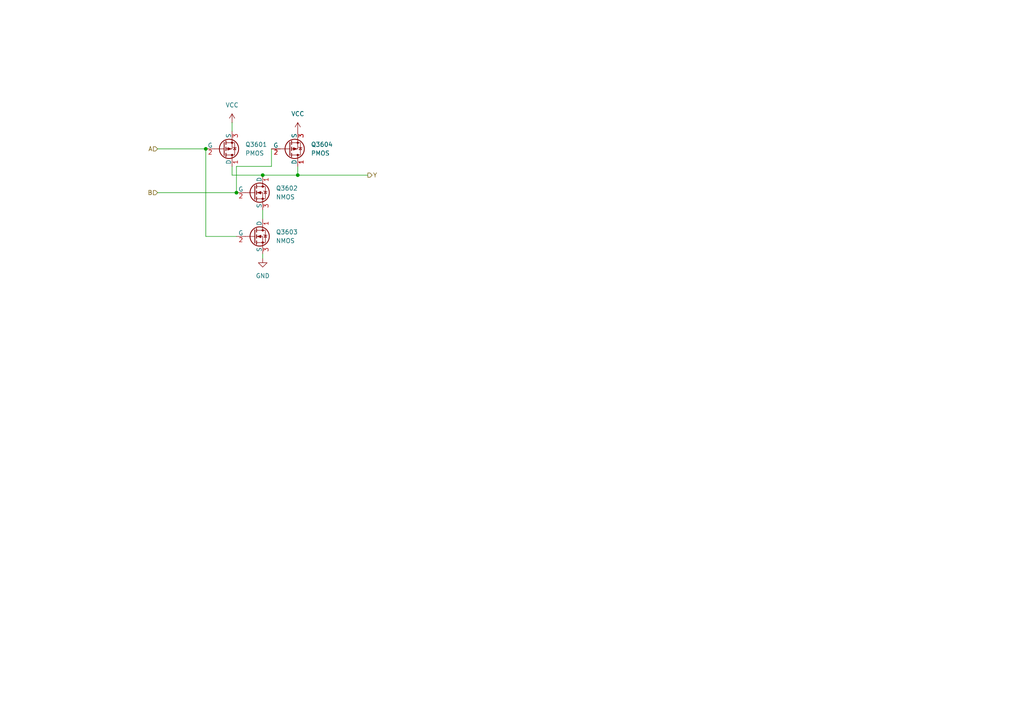
<source format=kicad_sch>
(kicad_sch (version 20250114) (generator "eeschema") (generator_version "9.0")
  (paper "A4")
  (lib_symbols
    (symbol "Simulation_SPICE:NMOS" (pin_names (offset 0))
      (property "Reference" "Q" (at 5.08 1.27 0))
      (property "Value" "NMOS" (at 5.08 -1.27 0))
      (symbol "NMOS_0_1"
        (polyline (pts (xy 0.254 1.905) (xy 0.254 -1.905)) (stroke (width 0.254)))
        (polyline (pts (xy 0.254 0) (xy -2.54 0)))
        (polyline (pts (xy 0.762 2.286) (xy 0.762 1.27)) (stroke (width 0.254)))
        (polyline (pts (xy 0.762 0.508) (xy 0.762 -0.508)) (stroke (width 0.254)))
        (polyline (pts (xy 0.762 -1.27) (xy 0.762 -2.286)) (stroke (width 0.254)))
        (polyline (pts (xy 0.762 -1.778) (xy 3.302 -1.778) (xy 3.302 1.778) (xy 0.762 1.778)))
        (polyline (pts (xy 1.016 0) (xy 2.032 0.381) (xy 2.032 -0.381) (xy 1.016 0)) (fill (type outline)))
        (circle (center 1.651 0) (radius 2.794) (stroke (width 0.254)))
        (polyline (pts (xy 2.54 2.54) (xy 2.54 1.778)))
        (circle (center 2.54 1.778) (radius 0.254) (fill (type outline)))
        (circle (center 2.54 -1.778) (radius 0.254) (fill (type outline)))
        (polyline (pts (xy 2.54 -2.54) (xy 2.54 0) (xy 0.762 0)))
        (polyline (pts (xy 2.794 0.508) (xy 2.921 0.381) (xy 3.683 0.381) (xy 3.81 0.254)))
        (polyline (pts (xy 3.302 0.381) (xy 2.921 -0.254) (xy 3.683 -0.254) (xy 3.302 0.381)))
      )
      (symbol "NMOS_1_1"
        (pin input line (at -5.08 0 0) (length 2.54) (name "G") (number "2"))
        (pin passive line (at 2.54 5.08 270) (length 2.54) (name "D") (number "1"))
        (pin passive line (at 2.54 -5.08 90) (length 2.54) (name "S") (number "3"))
      )
    )
    (symbol "Simulation_SPICE:PMOS" (pin_names (offset 0))
      (property "Reference" "Q" (at 5.08 1.27 0))
      (property "Value" "PMOS" (at 5.08 -1.27 0))
      (symbol "PMOS_0_1"
        (polyline (pts (xy 0.254 1.905) (xy 0.254 -1.905)) (stroke (width 0.254)))
        (polyline (pts (xy 0.254 0) (xy -2.54 0)))
        (polyline (pts (xy 0.762 2.286) (xy 0.762 1.27)) (stroke (width 0.254)))
        (polyline (pts (xy 0.762 1.778) (xy 3.302 1.778) (xy 3.302 -1.778) (xy 0.762 -1.778)))
        (polyline (pts (xy 0.762 0.508) (xy 0.762 -0.508)) (stroke (width 0.254)))
        (polyline (pts (xy 0.762 -1.27) (xy 0.762 -2.286)) (stroke (width 0.254)))
        (circle (center 1.651 0) (radius 2.794) (stroke (width 0.254)))
        (polyline (pts (xy 2.286 0) (xy 1.27 0.381) (xy 1.27 -0.381) (xy 2.286 0)) (fill (type outline)))
        (polyline (pts (xy 2.54 2.54) (xy 2.54 1.778)))
        (circle (center 2.54 1.778) (radius 0.254) (fill (type outline)))
        (circle (center 2.54 -1.778) (radius 0.254) (fill (type outline)))
        (polyline (pts (xy 2.54 -2.54) (xy 2.54 0) (xy 0.762 0)))
        (polyline (pts (xy 2.794 -0.508) (xy 2.921 -0.381) (xy 3.683 -0.381) (xy 3.81 -0.254)))
        (polyline (pts (xy 3.302 -0.381) (xy 2.921 0.254) (xy 3.683 0.254) (xy 3.302 -0.381)))
      )
      (symbol "PMOS_1_1"
        (pin input line (at -5.08 0 0) (length 2.54) (name "G") (number "2"))
        (pin passive line (at 2.54 5.08 270) (length 2.54) (name "D") (number "1"))
        (pin passive line (at 2.54 -5.08 90) (length 2.54) (name "S") (number "3"))
      )
    )
    (symbol "power:GND" (power) (pin_numbers (hide yes)) (pin_names (offset 0) (hide yes))
      (property "Value" "GND" (at 0 -3.81 0))
      (symbol "GND_0_1"
        (polyline (pts (xy 0 0) (xy 0 -1.27) (xy 1.27 -1.27) (xy 0 -2.54) (xy -1.27 -1.27) (xy 0 -1.27)))
      )
      (symbol "GND_1_1"
        (pin power_in line (at 0 0 270) (length 0) (name "~") (number "1"))
      )
    )
    (symbol "power:VCC" (power) (pin_numbers (hide yes)) (pin_names (offset 0) (hide yes))
      (property "Value" "VCC" (at 0 3.556 0))
      (symbol "VCC_0_1"
        (polyline (pts (xy -0.762 1.27) (xy 0 2.54)))
        (polyline (pts (xy 0 2.54) (xy 0.762 1.27)))
        (polyline (pts (xy 0 0) (xy 0 2.54)))
      )
      (symbol "VCC_1_1"
        (pin power_in line (at 0 0 90) (length 0) (name "~") (number "1"))
      )
    )
  )
  (junction (at 76.2 50.8))
  (junction (at 86.36 50.8))
  (junction (at 59.69 43.18))
  (junction (at 68.58 55.88))
  (wire (pts (xy 68.58 48.26) (xy 78.74 48.26)))
  (wire (pts (xy 67.31 50.8) (xy 76.2 50.8)))
  (wire (pts (xy 59.69 68.58) (xy 68.58 68.58)))
  (wire (pts (xy 67.31 48.26) (xy 67.31 50.8)))
  (wire (pts (xy 68.58 55.88) (xy 68.58 48.26)))
  (wire (pts (xy 78.74 43.18) (xy 78.74 48.26)))
  (wire (pts (xy 86.36 50.8) (xy 76.2 50.8)))
  (wire (pts (xy 106.68 50.8) (xy 86.36 50.8)))
  (wire (pts (xy 86.36 48.26) (xy 86.36 50.8)))
  (wire (pts (xy 45.72 55.88) (xy 68.58 55.88)))
  (wire (pts (xy 59.69 43.18) (xy 59.69 68.58)))
  (wire (pts (xy 45.72 43.18) (xy 59.69 43.18)))
  (wire (pts (xy 67.31 35.56) (xy 67.31 38.1)))
  (wire (pts (xy 76.2 74.93) (xy 76.2 73.66)))
  (wire (pts (xy 76.2 60.96) (xy 76.2 63.5)))
  (hierarchical_label "B" (shape input) (at 45.72 55.88 180))
  (hierarchical_label "Y" (shape output) (at 106.68 50.8 0))
  (hierarchical_label "A" (shape input) (at 45.72 43.18 180))
  (symbol (lib_id "Simulation_SPICE:PMOS") (at 83.82 43.18 0) (mirror x) (unit 1)
    (property "Reference" "Q3604" (at 90.17 41.9099 0) (effects (justify left)))
    (property "Value" "PMOS" (at 90.17 44.4499 0) (effects (justify left)))
    (property "Footprint" "Package_TO_SOT_SMD:TSOT-23" (effects (hide yes)))
    (property "Datasheet" "https://ngspice.sourceforge.io/docs/ngspice-html-manual/manual.xhtml#cha_MOSFETs" (effects (hide yes)))
    (property "Description" "P-MOSFET transistor, drain/source/gate" (effects (hide yes)))
    (property "Sim.Device" "PMOS" (effects (hide yes)))
    (property "Sim.Type" "MOS1" (effects (hide yes)))
    (property "Sim.Pins" "1=D 2=G 3=S" (effects (hide yes)))
    (instances (project "add_sub" (path "" (reference "Q3604") (unit 1)) (path "" (reference "Q3704") (unit 1)) (path "" (reference "Q3804") (unit 1)) (path "" (reference "Q5404") (unit 1)) (path "" (reference "Q5704") (unit 1)) (path "" (reference "Q5504") (unit 1)) (path "" (reference "Q5604") (unit 1)) (path "" (reference "Q4404") (unit 1)) (path "" (reference "Q4704") (unit 1)) (path "" (reference "Q4504") (unit 1)) (path "" (reference "Q4604") (unit 1)) (path "" (reference "Q3904") (unit 1)) (path "" (reference "Q4204") (unit 1)) (path "" (reference "Q4004") (unit 1)) (path "" (reference "Q4104") (unit 1)) (path "" (reference "Q4904") (unit 1)) (path "" (reference "Q5204") (unit 1)) (path "" (reference "Q5004") (unit 1)) (path "" (reference "Q5104") (unit 1))) (project "led_panel_1" (path "" (reference "Q2504") (unit 1))) (project "led_panel_3" (path "" (reference "Q604") (unit 1))) (project "main_logic" (path "" (reference "Q3804") (unit 1)) (path "" (reference "Q3304") (unit 1)) (path "" (reference "Q3604") (unit 1)) (path "" (reference "Q3704") (unit 1)) (path "" (reference "Q3904") (unit 1)) (path "" (reference "Q3504") (unit 1)) (path "" (reference "Q3404") (unit 1)) (path "" (reference "Q204") (unit 1)) (path "" (reference "Q4004") (unit 1))) (project "led_panel_2" (path "" (reference "Q2404") (unit 1))) (project "add_sub" (path "" (reference "Q3604") (unit 1)) (path "" (reference "Q3604") (unit 1)) (path "" (reference "Q3604") (unit 1)) (path "" (reference "Q3604") (unit 1)) (path "" (reference "Q3604") (unit 1)) (path "" (reference "Q3604") (unit 1)) (path "" (reference "Q3604") (unit 1)) (path "" (reference "Q3604") (unit 1)) (path "" (reference "Q3604") (unit 1))) (project "main_control" (path "" (reference "Q1004") (unit 1))))
  )
  (symbol (lib_id "power:VCC") (at 67.31 35.56 0) (unit 1)
    (property "Reference" "#PWR03601" (effects (hide yes)))
    (property "Value" "VCC" (at 67.31 30.48 0))
    (property "Description" "Power symbol creates a global label with name \"VCC\"" (effects (hide yes)))
    (instances (project "add_sub" (path "" (reference "#PWR03601") (unit 1)) (path "" (reference "#PWR03701") (unit 1)) (path "" (reference "#PWR03801") (unit 1)) (path "" (reference "#PWR05401") (unit 1)) (path "" (reference "#PWR05701") (unit 1)) (path "" (reference "#PWR05501") (unit 1)) (path "" (reference "#PWR05601") (unit 1)) (path "" (reference "#PWR04401") (unit 1)) (path "" (reference "#PWR04701") (unit 1)) (path "" (reference "#PWR04501") (unit 1)) (path "" (reference "#PWR04601") (unit 1)) (path "" (reference "#PWR03901") (unit 1)) (path "" (reference "#PWR04201") (unit 1)) (path "" (reference "#PWR04001") (unit 1)) (path "" (reference "#PWR04101") (unit 1)) (path "" (reference "#PWR04901") (unit 1)) (path "" (reference "#PWR05201") (unit 1)) (path "" (reference "#PWR05001") (unit 1)) (path "" (reference "#PWR05101") (unit 1))) (project "led_panel_1" (path "" (reference "#PWR02501") (unit 1))) (project "led_panel_3" (path "" (reference "#PWR0601") (unit 1))) (project "main_logic" (path "" (reference "#PWR03801") (unit 1)) (path "" (reference "#PWR03301") (unit 1)) (path "" (reference "#PWR03601") (unit 1)) (path "" (reference "#PWR03701") (unit 1)) (path "" (reference "#PWR03901") (unit 1)) (path "" (reference "#PWR03501") (unit 1)) (path "" (reference "#PWR03401") (unit 1)) (path "" (reference "#PWR0201") (unit 1)) (path "" (reference "#PWR04001") (unit 1))) (project "led_panel_2" (path "" (reference "#PWR02401") (unit 1))) (project "add_sub" (path "" (reference "#PWR03601") (unit 1)) (path "" (reference "#PWR03601") (unit 1)) (path "" (reference "#PWR03601") (unit 1)) (path "" (reference "#PWR03601") (unit 1)) (path "" (reference "#PWR03601") (unit 1)) (path "" (reference "#PWR03601") (unit 1)) (path "" (reference "#PWR03601") (unit 1)) (path "" (reference "#PWR03601") (unit 1)) (path "" (reference "#PWR03601") (unit 1))) (project "main_control" (path "" (reference "#PWR01001") (unit 1))))
  )
  (symbol (lib_id "Simulation_SPICE:NMOS") (at 73.66 68.58 0) (unit 1)
    (property "Reference" "Q3603" (at 80.01 67.3099 0) (effects (justify left)))
    (property "Value" "NMOS" (at 80.01 69.8499 0) (effects (justify left)))
    (property "Footprint" "Package_TO_SOT_SMD:TSOT-23" (effects (hide yes)))
    (property "Datasheet" "https://ngspice.sourceforge.io/docs/ngspice-html-manual/manual.xhtml#cha_MOSFETs" (effects (hide yes)))
    (property "Description" "N-MOSFET transistor, drain/source/gate" (effects (hide yes)))
    (property "Sim.Device" "NMOS" (effects (hide yes)))
    (property "Sim.Type" "MOS1" (effects (hide yes)))
    (property "Sim.Pins" "1=D 2=G 3=S" (effects (hide yes)))
    (instances (project "add_sub" (path "" (reference "Q3603") (unit 1)) (path "" (reference "Q3703") (unit 1)) (path "" (reference "Q3803") (unit 1)) (path "" (reference "Q5403") (unit 1)) (path "" (reference "Q5703") (unit 1)) (path "" (reference "Q5503") (unit 1)) (path "" (reference "Q5603") (unit 1)) (path "" (reference "Q4403") (unit 1)) (path "" (reference "Q4703") (unit 1)) (path "" (reference "Q4503") (unit 1)) (path "" (reference "Q4603") (unit 1)) (path "" (reference "Q3903") (unit 1)) (path "" (reference "Q4203") (unit 1)) (path "" (reference "Q4003") (unit 1)) (path "" (reference "Q4103") (unit 1)) (path "" (reference "Q4903") (unit 1)) (path "" (reference "Q5203") (unit 1)) (path "" (reference "Q5003") (unit 1)) (path "" (reference "Q5103") (unit 1))) (project "led_panel_1" (path "" (reference "Q2503") (unit 1))) (project "led_panel_3" (path "" (reference "Q603") (unit 1))) (project "main_logic" (path "" (reference "Q3803") (unit 1)) (path "" (reference "Q3303") (unit 1)) (path "" (reference "Q3603") (unit 1)) (path "" (reference "Q3703") (unit 1)) (path "" (reference "Q3903") (unit 1)) (path "" (reference "Q3503") (unit 1)) (path "" (reference "Q3403") (unit 1)) (path "" (reference "Q203") (unit 1)) (path "" (reference "Q4003") (unit 1))) (project "led_panel_2" (path "" (reference "Q2403") (unit 1))) (project "add_sub" (path "" (reference "Q3603") (unit 1)) (path "" (reference "Q3603") (unit 1)) (path "" (reference "Q3603") (unit 1)) (path "" (reference "Q3603") (unit 1)) (path "" (reference "Q3603") (unit 1)) (path "" (reference "Q3603") (unit 1)) (path "" (reference "Q3603") (unit 1)) (path "" (reference "Q3603") (unit 1)) (path "" (reference "Q3603") (unit 1))) (project "main_control" (path "" (reference "Q1003") (unit 1))))
  )
  (symbol (lib_id "Simulation_SPICE:PMOS") (at 64.77 43.18 0) (mirror x) (unit 1)
    (property "Reference" "Q3601" (at 71.12 41.9099 0) (effects (justify left)))
    (property "Value" "PMOS" (at 71.12 44.4499 0) (effects (justify left)))
    (property "Footprint" "Package_TO_SOT_SMD:TSOT-23" (effects (hide yes)))
    (property "Datasheet" "https://ngspice.sourceforge.io/docs/ngspice-html-manual/manual.xhtml#cha_MOSFETs" (effects (hide yes)))
    (property "Description" "P-MOSFET transistor, drain/source/gate" (effects (hide yes)))
    (property "Sim.Device" "PMOS" (effects (hide yes)))
    (property "Sim.Type" "MOS1" (effects (hide yes)))
    (property "Sim.Pins" "1=D 2=G 3=S" (effects (hide yes)))
    (instances (project "add_sub" (path "" (reference "Q3601") (unit 1)) (path "" (reference "Q3701") (unit 1)) (path "" (reference "Q3801") (unit 1)) (path "" (reference "Q5401") (unit 1)) (path "" (reference "Q5701") (unit 1)) (path "" (reference "Q5501") (unit 1)) (path "" (reference "Q5601") (unit 1)) (path "" (reference "Q4401") (unit 1)) (path "" (reference "Q4701") (unit 1)) (path "" (reference "Q4501") (unit 1)) (path "" (reference "Q4601") (unit 1)) (path "" (reference "Q3901") (unit 1)) (path "" (reference "Q4201") (unit 1)) (path "" (reference "Q4001") (unit 1)) (path "" (reference "Q4101") (unit 1)) (path "" (reference "Q4901") (unit 1)) (path "" (reference "Q5201") (unit 1)) (path "" (reference "Q5001") (unit 1)) (path "" (reference "Q5101") (unit 1))) (project "led_panel_1" (path "" (reference "Q2501") (unit 1))) (project "led_panel_3" (path "" (reference "Q601") (unit 1))) (project "main_logic" (path "" (reference "Q3801") (unit 1)) (path "" (reference "Q3301") (unit 1)) (path "" (reference "Q3601") (unit 1)) (path "" (reference "Q3701") (unit 1)) (path "" (reference "Q3901") (unit 1)) (path "" (reference "Q3501") (unit 1)) (path "" (reference "Q3401") (unit 1)) (path "" (reference "Q201") (unit 1)) (path "" (reference "Q4001") (unit 1))) (project "led_panel_2" (path "" (reference "Q2401") (unit 1))) (project "add_sub" (path "" (reference "Q3601") (unit 1)) (path "" (reference "Q3601") (unit 1)) (path "" (reference "Q3601") (unit 1)) (path "" (reference "Q3601") (unit 1)) (path "" (reference "Q3601") (unit 1)) (path "" (reference "Q3601") (unit 1)) (path "" (reference "Q3601") (unit 1)) (path "" (reference "Q3601") (unit 1)) (path "" (reference "Q3601") (unit 1))) (project "main_control" (path "" (reference "Q1001") (unit 1))))
  )
  (symbol (lib_id "power:GND") (at 76.2 74.93 0) (unit 1)
    (property "Reference" "#PWR03602" (effects (hide yes)))
    (property "Value" "GND" (at 76.2 80.01 0))
    (property "Description" "Power symbol creates a global label with name \"GND\" , ground" (effects (hide yes)))
    (instances (project "add_sub" (path "" (reference "#PWR03602") (unit 1)) (path "" (reference "#PWR03702") (unit 1)) (path "" (reference "#PWR03802") (unit 1)) (path "" (reference "#PWR05402") (unit 1)) (path "" (reference "#PWR05702") (unit 1)) (path "" (reference "#PWR05502") (unit 1)) (path "" (reference "#PWR05602") (unit 1)) (path "" (reference "#PWR04402") (unit 1)) (path "" (reference "#PWR04702") (unit 1)) (path "" (reference "#PWR04502") (unit 1)) (path "" (reference "#PWR04602") (unit 1)) (path "" (reference "#PWR03902") (unit 1)) (path "" (reference "#PWR04202") (unit 1)) (path "" (reference "#PWR04002") (unit 1)) (path "" (reference "#PWR04102") (unit 1)) (path "" (reference "#PWR04902") (unit 1)) (path "" (reference "#PWR05202") (unit 1)) (path "" (reference "#PWR05002") (unit 1)) (path "" (reference "#PWR05102") (unit 1))) (project "led_panel_1" (path "" (reference "#PWR02502") (unit 1))) (project "led_panel_3" (path "" (reference "#PWR0602") (unit 1))) (project "main_logic" (path "" (reference "#PWR03802") (unit 1)) (path "" (reference "#PWR03302") (unit 1)) (path "" (reference "#PWR03602") (unit 1)) (path "" (reference "#PWR03702") (unit 1)) (path "" (reference "#PWR03902") (unit 1)) (path "" (reference "#PWR03502") (unit 1)) (path "" (reference "#PWR03402") (unit 1)) (path "" (reference "#PWR0202") (unit 1)) (path "" (reference "#PWR04002") (unit 1))) (project "led_panel_2" (path "" (reference "#PWR02402") (unit 1))) (project "add_sub" (path "" (reference "#PWR03602") (unit 1)) (path "" (reference "#PWR03602") (unit 1)) (path "" (reference "#PWR03602") (unit 1)) (path "" (reference "#PWR03602") (unit 1)) (path "" (reference "#PWR03602") (unit 1)) (path "" (reference "#PWR03602") (unit 1)) (path "" (reference "#PWR03602") (unit 1)) (path "" (reference "#PWR03602") (unit 1)) (path "" (reference "#PWR03602") (unit 1))) (project "main_control" (path "" (reference "#PWR01004") (unit 1))))
  )
  (symbol (lib_id "power:VCC") (at 86.36 38.1 0) (unit 1)
    (property "Reference" "#PWR03603" (effects (hide yes)))
    (property "Value" "VCC" (at 86.36 33.02 0))
    (property "Description" "Power symbol creates a global label with name \"VCC\"" (effects (hide yes)))
    (instances (project "add_sub" (path "" (reference "#PWR03603") (unit 1)) (path "" (reference "#PWR03703") (unit 1)) (path "" (reference "#PWR03803") (unit 1)) (path "" (reference "#PWR05403") (unit 1)) (path "" (reference "#PWR05703") (unit 1)) (path "" (reference "#PWR05503") (unit 1)) (path "" (reference "#PWR05603") (unit 1)) (path "" (reference "#PWR04403") (unit 1)) (path "" (reference "#PWR04703") (unit 1)) (path "" (reference "#PWR04503") (unit 1)) (path "" (reference "#PWR04603") (unit 1)) (path "" (reference "#PWR03903") (unit 1)) (path "" (reference "#PWR04203") (unit 1)) (path "" (reference "#PWR04003") (unit 1)) (path "" (reference "#PWR04103") (unit 1)) (path "" (reference "#PWR04903") (unit 1)) (path "" (reference "#PWR05203") (unit 1)) (path "" (reference "#PWR05003") (unit 1)) (path "" (reference "#PWR05103") (unit 1))) (project "led_panel_1" (path "" (reference "#PWR02503") (unit 1))) (project "led_panel_3" (path "" (reference "#PWR0603") (unit 1))) (project "main_logic" (path "" (reference "#PWR03803") (unit 1)) (path "" (reference "#PWR03303") (unit 1)) (path "" (reference "#PWR03603") (unit 1)) (path "" (reference "#PWR03703") (unit 1)) (path "" (reference "#PWR03903") (unit 1)) (path "" (reference "#PWR03503") (unit 1)) (path "" (reference "#PWR03403") (unit 1)) (path "" (reference "#PWR0203") (unit 1)) (path "" (reference "#PWR04003") (unit 1))) (project "led_panel_2" (path "" (reference "#PWR02403") (unit 1))) (project "add_sub" (path "" (reference "#PWR03603") (unit 1)) (path "" (reference "#PWR03603") (unit 1)) (path "" (reference "#PWR03603") (unit 1)) (path "" (reference "#PWR03603") (unit 1)) (path "" (reference "#PWR03603") (unit 1)) (path "" (reference "#PWR03603") (unit 1)) (path "" (reference "#PWR03603") (unit 1)) (path "" (reference "#PWR03603") (unit 1)) (path "" (reference "#PWR03603") (unit 1))) (project "main_control" (path "" (reference "#PWR01009") (unit 1))))
  )
  (symbol (lib_id "Simulation_SPICE:NMOS") (at 73.66 55.88 0) (unit 1)
    (property "Reference" "Q3602" (at 80.01 54.6099 0) (effects (justify left)))
    (property "Value" "NMOS" (at 80.01 57.1499 0) (effects (justify left)))
    (property "Footprint" "Package_TO_SOT_SMD:TSOT-23" (effects (hide yes)))
    (property "Datasheet" "https://ngspice.sourceforge.io/docs/ngspice-html-manual/manual.xhtml#cha_MOSFETs" (effects (hide yes)))
    (property "Description" "N-MOSFET transistor, drain/source/gate" (effects (hide yes)))
    (property "Sim.Device" "NMOS" (effects (hide yes)))
    (property "Sim.Type" "MOS1" (effects (hide yes)))
    (property "Sim.Pins" "1=D 2=G 3=S" (effects (hide yes)))
    (instances (project "add_sub" (path "" (reference "Q3602") (unit 1)) (path "" (reference "Q3702") (unit 1)) (path "" (reference "Q3802") (unit 1)) (path "" (reference "Q5402") (unit 1)) (path "" (reference "Q5702") (unit 1)) (path "" (reference "Q5502") (unit 1)) (path "" (reference "Q5602") (unit 1)) (path "" (reference "Q4402") (unit 1)) (path "" (reference "Q4702") (unit 1)) (path "" (reference "Q4502") (unit 1)) (path "" (reference "Q4602") (unit 1)) (path "" (reference "Q3902") (unit 1)) (path "" (reference "Q4202") (unit 1)) (path "" (reference "Q4002") (unit 1)) (path "" (reference "Q4102") (unit 1)) (path "" (reference "Q4902") (unit 1)) (path "" (reference "Q5202") (unit 1)) (path "" (reference "Q5002") (unit 1)) (path "" (reference "Q5102") (unit 1))) (project "led_panel_1" (path "" (reference "Q2502") (unit 1))) (project "led_panel_3" (path "" (reference "Q602") (unit 1))) (project "main_logic" (path "" (reference "Q3802") (unit 1)) (path "" (reference "Q3302") (unit 1)) (path "" (reference "Q3602") (unit 1)) (path "" (reference "Q3702") (unit 1)) (path "" (reference "Q3902") (unit 1)) (path "" (reference "Q3502") (unit 1)) (path "" (reference "Q3402") (unit 1)) (path "" (reference "Q202") (unit 1)) (path "" (reference "Q4002") (unit 1))) (project "led_panel_2" (path "" (reference "Q2402") (unit 1))) (project "add_sub" (path "" (reference "Q3602") (unit 1)) (path "" (reference "Q3602") (unit 1)) (path "" (reference "Q3602") (unit 1)) (path "" (reference "Q3602") (unit 1)) (path "" (reference "Q3602") (unit 1)) (path "" (reference "Q3602") (unit 1)) (path "" (reference "Q3602") (unit 1)) (path "" (reference "Q3602") (unit 1)) (path "" (reference "Q3602") (unit 1))) (project "main_control" (path "" (reference "Q1002") (unit 1))))
  )
)
</source>
